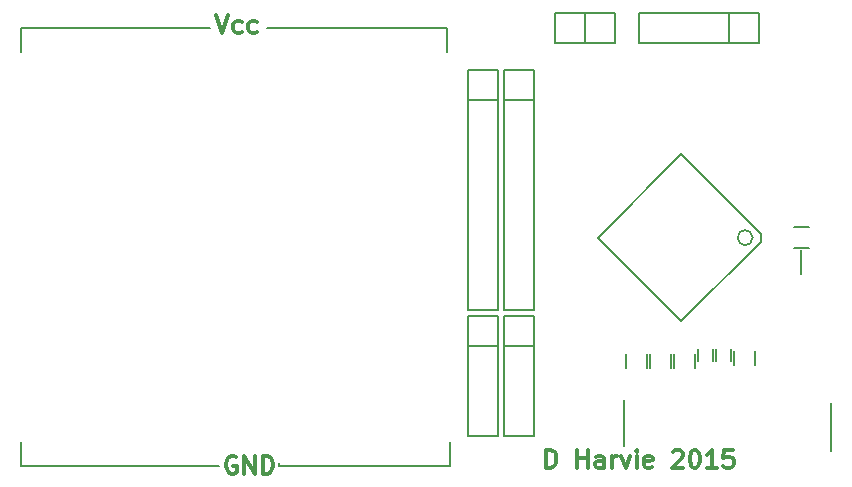
<source format=gto>
G04 #@! TF.FileFunction,Legend,Top*
%FSLAX46Y46*%
G04 Gerber Fmt 4.6, Leading zero omitted, Abs format (unit mm)*
G04 Created by KiCad (PCBNEW (2014-12-04 BZR 5312)-product) date 8/01/2015 8:05:32 PM*
%MOMM*%
G01*
G04 APERTURE LIST*
%ADD10C,0.100000*%
%ADD11C,0.300000*%
%ADD12C,0.200000*%
%ADD13C,0.150000*%
G04 APERTURE END LIST*
D10*
D11*
X164827144Y-96182571D02*
X164827144Y-94682571D01*
X165184287Y-94682571D01*
X165398572Y-94754000D01*
X165541430Y-94896857D01*
X165612858Y-95039714D01*
X165684287Y-95325429D01*
X165684287Y-95539714D01*
X165612858Y-95825429D01*
X165541430Y-95968286D01*
X165398572Y-96111143D01*
X165184287Y-96182571D01*
X164827144Y-96182571D01*
X167470001Y-96182571D02*
X167470001Y-94682571D01*
X167470001Y-95396857D02*
X168327144Y-95396857D01*
X168327144Y-96182571D02*
X168327144Y-94682571D01*
X169684287Y-96182571D02*
X169684287Y-95396857D01*
X169612858Y-95254000D01*
X169470001Y-95182571D01*
X169184287Y-95182571D01*
X169041430Y-95254000D01*
X169684287Y-96111143D02*
X169541430Y-96182571D01*
X169184287Y-96182571D01*
X169041430Y-96111143D01*
X168970001Y-95968286D01*
X168970001Y-95825429D01*
X169041430Y-95682571D01*
X169184287Y-95611143D01*
X169541430Y-95611143D01*
X169684287Y-95539714D01*
X170398573Y-96182571D02*
X170398573Y-95182571D01*
X170398573Y-95468286D02*
X170470001Y-95325429D01*
X170541430Y-95254000D01*
X170684287Y-95182571D01*
X170827144Y-95182571D01*
X171184287Y-95182571D02*
X171541430Y-96182571D01*
X171898572Y-95182571D01*
X172470001Y-96182571D02*
X172470001Y-95182571D01*
X172470001Y-94682571D02*
X172398572Y-94754000D01*
X172470001Y-94825429D01*
X172541429Y-94754000D01*
X172470001Y-94682571D01*
X172470001Y-94825429D01*
X173755715Y-96111143D02*
X173612858Y-96182571D01*
X173327144Y-96182571D01*
X173184287Y-96111143D01*
X173112858Y-95968286D01*
X173112858Y-95396857D01*
X173184287Y-95254000D01*
X173327144Y-95182571D01*
X173612858Y-95182571D01*
X173755715Y-95254000D01*
X173827144Y-95396857D01*
X173827144Y-95539714D01*
X173112858Y-95682571D01*
X175541429Y-94825429D02*
X175612858Y-94754000D01*
X175755715Y-94682571D01*
X176112858Y-94682571D01*
X176255715Y-94754000D01*
X176327144Y-94825429D01*
X176398572Y-94968286D01*
X176398572Y-95111143D01*
X176327144Y-95325429D01*
X175470001Y-96182571D01*
X176398572Y-96182571D01*
X177327143Y-94682571D02*
X177470000Y-94682571D01*
X177612857Y-94754000D01*
X177684286Y-94825429D01*
X177755715Y-94968286D01*
X177827143Y-95254000D01*
X177827143Y-95611143D01*
X177755715Y-95896857D01*
X177684286Y-96039714D01*
X177612857Y-96111143D01*
X177470000Y-96182571D01*
X177327143Y-96182571D01*
X177184286Y-96111143D01*
X177112857Y-96039714D01*
X177041429Y-95896857D01*
X176970000Y-95611143D01*
X176970000Y-95254000D01*
X177041429Y-94968286D01*
X177112857Y-94825429D01*
X177184286Y-94754000D01*
X177327143Y-94682571D01*
X179255714Y-96182571D02*
X178398571Y-96182571D01*
X178827143Y-96182571D02*
X178827143Y-94682571D01*
X178684286Y-94896857D01*
X178541428Y-95039714D01*
X178398571Y-95111143D01*
X180612857Y-94682571D02*
X179898571Y-94682571D01*
X179827142Y-95396857D01*
X179898571Y-95325429D01*
X180041428Y-95254000D01*
X180398571Y-95254000D01*
X180541428Y-95325429D01*
X180612857Y-95396857D01*
X180684285Y-95539714D01*
X180684285Y-95896857D01*
X180612857Y-96039714D01*
X180541428Y-96111143D01*
X180398571Y-96182571D01*
X180041428Y-96182571D01*
X179898571Y-96111143D01*
X179827142Y-96039714D01*
D12*
X120396000Y-96012000D02*
X120396000Y-93980000D01*
X137160000Y-96012000D02*
X120396000Y-96012000D01*
X142240000Y-96012000D02*
X142240000Y-95758000D01*
X156718000Y-96012000D02*
X142240000Y-96012000D01*
X156718000Y-93980000D02*
X156718000Y-96012000D01*
D11*
X138557143Y-95262000D02*
X138414286Y-95190571D01*
X138200000Y-95190571D01*
X137985715Y-95262000D01*
X137842857Y-95404857D01*
X137771429Y-95547714D01*
X137700000Y-95833429D01*
X137700000Y-96047714D01*
X137771429Y-96333429D01*
X137842857Y-96476286D01*
X137985715Y-96619143D01*
X138200000Y-96690571D01*
X138342857Y-96690571D01*
X138557143Y-96619143D01*
X138628572Y-96547714D01*
X138628572Y-96047714D01*
X138342857Y-96047714D01*
X139271429Y-96690571D02*
X139271429Y-95190571D01*
X140128572Y-96690571D01*
X140128572Y-95190571D01*
X140842858Y-96690571D02*
X140842858Y-95190571D01*
X141200001Y-95190571D01*
X141414286Y-95262000D01*
X141557144Y-95404857D01*
X141628572Y-95547714D01*
X141700001Y-95833429D01*
X141700001Y-96047714D01*
X141628572Y-96333429D01*
X141557144Y-96476286D01*
X141414286Y-96619143D01*
X141200001Y-96690571D01*
X140842858Y-96690571D01*
D12*
X120396000Y-58928000D02*
X120396000Y-60960000D01*
X136398000Y-58928000D02*
X120396000Y-58928000D01*
X156464000Y-58928000D02*
X141224000Y-58928000D01*
X156464000Y-60960000D02*
X156464000Y-58928000D01*
D11*
X136898286Y-57852571D02*
X137398286Y-59352571D01*
X137898286Y-57852571D01*
X139041143Y-59281143D02*
X138898286Y-59352571D01*
X138612572Y-59352571D01*
X138469714Y-59281143D01*
X138398286Y-59209714D01*
X138326857Y-59066857D01*
X138326857Y-58638286D01*
X138398286Y-58495429D01*
X138469714Y-58424000D01*
X138612572Y-58352571D01*
X138898286Y-58352571D01*
X139041143Y-58424000D01*
X140326857Y-59281143D02*
X140184000Y-59352571D01*
X139898286Y-59352571D01*
X139755428Y-59281143D01*
X139684000Y-59209714D01*
X139612571Y-59066857D01*
X139612571Y-58638286D01*
X139684000Y-58495429D01*
X139755428Y-58424000D01*
X139898286Y-58352571D01*
X140184000Y-58352571D01*
X140326857Y-58424000D01*
D13*
X168148000Y-57658000D02*
X168148000Y-60198000D01*
X165608000Y-57658000D02*
X165608000Y-60198000D01*
X165608000Y-60198000D02*
X168148000Y-60198000D01*
X168148000Y-60198000D02*
X170688000Y-60198000D01*
X170688000Y-60198000D02*
X170688000Y-57658000D01*
X170688000Y-57658000D02*
X165608000Y-57658000D01*
X160782000Y-65024000D02*
X160782000Y-82804000D01*
X160782000Y-82804000D02*
X158242000Y-82804000D01*
X158242000Y-82804000D02*
X158242000Y-65024000D01*
X160782000Y-62484000D02*
X160782000Y-65024000D01*
X160782000Y-65024000D02*
X158242000Y-65024000D01*
X160782000Y-62484000D02*
X158242000Y-62484000D01*
X158242000Y-62484000D02*
X158242000Y-65024000D01*
X163830000Y-65024000D02*
X163830000Y-82804000D01*
X163830000Y-82804000D02*
X161290000Y-82804000D01*
X161290000Y-82804000D02*
X161290000Y-65024000D01*
X163830000Y-62484000D02*
X163830000Y-65024000D01*
X163830000Y-65024000D02*
X161290000Y-65024000D01*
X163830000Y-62484000D02*
X161290000Y-62484000D01*
X161290000Y-62484000D02*
X161290000Y-65024000D01*
X176276000Y-83784442D02*
X169199558Y-76708000D01*
X169199558Y-76708000D02*
X176276000Y-69631558D01*
X183011192Y-76366750D02*
X176276000Y-69631558D01*
X183011192Y-77049250D02*
X176276000Y-83784442D01*
X183011192Y-76366750D02*
X183011192Y-77049250D01*
X182299154Y-76708000D02*
G75*
G03X182299154Y-76708000I-635000J0D01*
G01*
X186436000Y-77724000D02*
X186436000Y-79756000D01*
X171450000Y-90424000D02*
X171450000Y-92456000D01*
X171450000Y-92329000D02*
X171450000Y-94361000D01*
X188976000Y-90678000D02*
X188976000Y-92710000D01*
X188976000Y-92710000D02*
X188976000Y-94742000D01*
X177633000Y-87114000D02*
X177633000Y-86114000D01*
X178983000Y-86114000D02*
X178983000Y-87114000D01*
X175655000Y-87722000D02*
X175655000Y-86522000D01*
X177405000Y-86522000D02*
X177405000Y-87722000D01*
X179157000Y-87114000D02*
X179157000Y-86114000D01*
X180507000Y-86114000D02*
X180507000Y-87114000D01*
X180735000Y-87468000D02*
X180735000Y-86268000D01*
X182485000Y-86268000D02*
X182485000Y-87468000D01*
X187036000Y-77583000D02*
X185836000Y-77583000D01*
X185836000Y-75833000D02*
X187036000Y-75833000D01*
X175373000Y-86522000D02*
X175373000Y-87722000D01*
X173623000Y-87722000D02*
X173623000Y-86522000D01*
X158242000Y-85852000D02*
X158242000Y-93472000D01*
X160782000Y-85852000D02*
X160782000Y-93472000D01*
X160782000Y-83312000D02*
X160782000Y-85852000D01*
X158242000Y-93472000D02*
X160782000Y-93472000D01*
X160782000Y-85852000D02*
X158242000Y-85852000D01*
X160782000Y-83312000D02*
X158242000Y-83312000D01*
X158242000Y-83312000D02*
X158242000Y-85852000D01*
X161290000Y-85852000D02*
X161290000Y-93472000D01*
X163830000Y-85852000D02*
X163830000Y-93472000D01*
X163830000Y-83312000D02*
X163830000Y-85852000D01*
X161290000Y-93472000D02*
X163830000Y-93472000D01*
X163830000Y-85852000D02*
X161290000Y-85852000D01*
X163830000Y-83312000D02*
X161290000Y-83312000D01*
X161290000Y-83312000D02*
X161290000Y-85852000D01*
X180340000Y-57658000D02*
X172720000Y-57658000D01*
X180340000Y-60198000D02*
X172720000Y-60198000D01*
X182880000Y-60198000D02*
X180340000Y-60198000D01*
X172720000Y-57658000D02*
X172720000Y-60198000D01*
X180340000Y-60198000D02*
X180340000Y-57658000D01*
X182880000Y-60198000D02*
X182880000Y-57658000D01*
X182880000Y-57658000D02*
X180340000Y-57658000D01*
X173341000Y-86522000D02*
X173341000Y-87722000D01*
X171591000Y-87722000D02*
X171591000Y-86522000D01*
M02*

</source>
